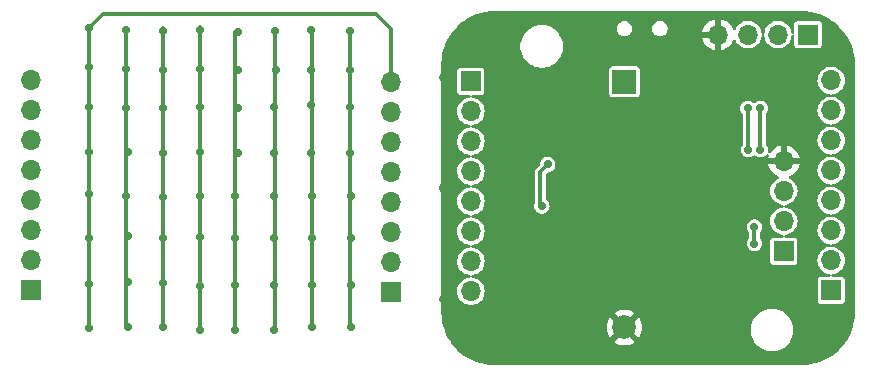
<source format=gbr>
%TF.GenerationSoftware,KiCad,Pcbnew,8.0.7*%
%TF.CreationDate,2025-04-21T23:50:55-03:00*%
%TF.ProjectId,matrixdisplay,6d617472-6978-4646-9973-706c61792e6b,rev?*%
%TF.SameCoordinates,Original*%
%TF.FileFunction,Copper,L2,Bot*%
%TF.FilePolarity,Positive*%
%FSLAX46Y46*%
G04 Gerber Fmt 4.6, Leading zero omitted, Abs format (unit mm)*
G04 Created by KiCad (PCBNEW 8.0.7) date 2025-04-21 23:50:55*
%MOMM*%
%LPD*%
G01*
G04 APERTURE LIST*
%TA.AperFunction,ComponentPad*%
%ADD10O,1.700000X1.700000*%
%TD*%
%TA.AperFunction,ComponentPad*%
%ADD11R,1.700000X1.700000*%
%TD*%
%TA.AperFunction,ComponentPad*%
%ADD12R,2.000000X2.000000*%
%TD*%
%TA.AperFunction,ComponentPad*%
%ADD13C,2.000000*%
%TD*%
%TA.AperFunction,ViaPad*%
%ADD14C,0.700000*%
%TD*%
%TA.AperFunction,Conductor*%
%ADD15C,0.300000*%
%TD*%
G04 APERTURE END LIST*
D10*
%TO.P,J6,8,Pin_8*%
%TO.N,Net-(J6-Pin_8)*%
X119200000Y-81133153D03*
%TO.P,J6,7,Pin_7*%
%TO.N,Net-(J6-Pin_7)*%
X119200000Y-83673153D03*
%TO.P,J6,6,Pin_6*%
%TO.N,Net-(J6-Pin_6)*%
X119200000Y-86213153D03*
%TO.P,J6,5,Pin_5*%
%TO.N,Net-(J6-Pin_5)*%
X119200000Y-88753153D03*
%TO.P,J6,4,Pin_4*%
%TO.N,Net-(J6-Pin_4)*%
X119200000Y-91293153D03*
%TO.P,J6,3,Pin_3*%
%TO.N,Net-(J6-Pin_3)*%
X119200000Y-93833153D03*
%TO.P,J6,2,Pin_2*%
%TO.N,Net-(J6-Pin_2)*%
X119200000Y-96373153D03*
D11*
%TO.P,J6,1,Pin_1*%
%TO.N,Net-(J6-Pin_1)*%
X119200000Y-98913153D03*
%TD*%
%TO.P,J5,1,Pin_1*%
%TO.N,Net-(D38-A)*%
X149710653Y-99090000D03*
D10*
%TO.P,J5,2,Pin_2*%
%TO.N,Net-(D37-A)*%
X149710653Y-96550000D03*
%TO.P,J5,3,Pin_3*%
%TO.N,Net-(D36-A)*%
X149710653Y-94010000D03*
%TO.P,J5,4,Pin_4*%
%TO.N,Net-(D35-A)*%
X149710653Y-91470000D03*
%TO.P,J5,5,Pin_5*%
%TO.N,Net-(D27-A)*%
X149710653Y-88930000D03*
%TO.P,J5,6,Pin_6*%
%TO.N,Net-(D19-A)*%
X149710653Y-86390000D03*
%TO.P,J5,7,Pin_7*%
%TO.N,Net-(D11-A)*%
X149710653Y-83850000D03*
%TO.P,J5,8,Pin_8*%
%TO.N,Net-(D10-A)*%
X149710653Y-81310000D03*
%TD*%
%TO.P,J3,4,Pin_4*%
%TO.N,GND*%
X177370000Y-77300000D03*
%TO.P,J3,3,Pin_3*%
%TO.N,Net-(J3-Pin_3)*%
X179910000Y-77300000D03*
%TO.P,J3,2,Pin_2*%
%TO.N,Net-(J3-Pin_2)*%
X182450000Y-77300000D03*
D11*
%TO.P,J3,1,Pin_1*%
%TO.N,+3.3V*%
X184990000Y-77300000D03*
%TD*%
D10*
%TO.P,J2,8,Pin_8*%
%TO.N,Net-(J2-Pin_8)*%
X186950000Y-81180000D03*
%TO.P,J2,7,Pin_7*%
%TO.N,Net-(J2-Pin_7)*%
X186950000Y-83720000D03*
%TO.P,J2,6,Pin_6*%
%TO.N,Net-(J2-Pin_6)*%
X186950000Y-86260000D03*
%TO.P,J2,5,Pin_5*%
%TO.N,Net-(J2-Pin_5)*%
X186950000Y-88800000D03*
%TO.P,J2,4,Pin_4*%
%TO.N,Net-(J2-Pin_4)*%
X186950000Y-91340000D03*
%TO.P,J2,3,Pin_3*%
%TO.N,Net-(J2-Pin_3)*%
X186950000Y-93880000D03*
%TO.P,J2,2,Pin_2*%
%TO.N,Net-(J2-Pin_2)*%
X186950000Y-96420000D03*
D11*
%TO.P,J2,1,Pin_1*%
%TO.N,Net-(J2-Pin_1)*%
X186950000Y-98960000D03*
%TD*%
%TO.P,J1,1,Pin_1*%
%TO.N,Net-(J1-Pin_1)*%
X156450000Y-81260000D03*
D10*
%TO.P,J1,2,Pin_2*%
%TO.N,Net-(J1-Pin_2)*%
X156450000Y-83800000D03*
%TO.P,J1,3,Pin_3*%
%TO.N,Net-(J1-Pin_3)*%
X156450000Y-86340000D03*
%TO.P,J1,4,Pin_4*%
%TO.N,Net-(J1-Pin_4)*%
X156450000Y-88880000D03*
%TO.P,J1,5,Pin_5*%
%TO.N,Net-(J1-Pin_5)*%
X156450000Y-91420000D03*
%TO.P,J1,6,Pin_6*%
%TO.N,Net-(J1-Pin_6)*%
X156450000Y-93960000D03*
%TO.P,J1,7,Pin_7*%
%TO.N,Net-(J1-Pin_7)*%
X156450000Y-96500000D03*
%TO.P,J1,8,Pin_8*%
%TO.N,Net-(J1-Pin_8)*%
X156450000Y-99040000D03*
%TD*%
%TO.P,J4,4,Pin_4*%
%TO.N,GND*%
X182950000Y-88020000D03*
%TO.P,J4,3,Pin_3*%
%TO.N,Net-(J4-Pin_3)*%
X182950000Y-90560000D03*
%TO.P,J4,2,Pin_2*%
%TO.N,Net-(J4-Pin_2)*%
X182950000Y-93100000D03*
D11*
%TO.P,J4,1,Pin_1*%
%TO.N,+3.3V*%
X182950000Y-95640000D03*
%TD*%
D12*
%TO.P,BT1,1,+*%
%TO.N,Net-(BT1-+)*%
X169450000Y-81300000D03*
D13*
%TO.P,BT1,2,-*%
%TO.N,GND*%
X169450000Y-102100000D03*
%TD*%
D14*
%TO.N,Net-(D38-A)*%
X146313694Y-102100000D03*
%TO.N,Net-(D37-A)*%
X143006847Y-102043153D03*
%TO.N,Net-(D36-A)*%
X139756847Y-102293153D03*
%TO.N,Net-(D35-A)*%
X136506847Y-102293153D03*
%TO.N,Net-(D27-A)*%
X133506847Y-102316847D03*
%TO.N,Net-(D19-A)*%
X130351194Y-102035000D03*
%TO.N,Net-(D11-A)*%
X127406847Y-102043153D03*
%TO.N,Net-(D10-A)*%
X124126194Y-102175000D03*
%TO.N,Net-(D11-A)*%
X127406847Y-98243153D03*
%TO.N,Net-(D38-A)*%
X146256847Y-98493153D03*
%TO.N,Net-(D37-A)*%
X143006847Y-98493153D03*
%TO.N,Net-(D36-A)*%
X139756847Y-98493153D03*
%TO.N,Net-(D35-A)*%
X136506847Y-98493153D03*
%TO.N,Net-(D27-A)*%
X133506847Y-98581847D03*
%TO.N,Net-(D19-A)*%
X130351194Y-98300000D03*
%TO.N,Net-(D10-A)*%
X124126194Y-98440000D03*
X124126194Y-94493153D03*
%TO.N,Net-(D11-A)*%
X127449347Y-94353153D03*
%TO.N,Net-(D19-A)*%
X130351194Y-94558153D03*
%TO.N,Net-(D27-A)*%
X133506847Y-94460000D03*
%TO.N,Net-(D35-A)*%
X136506847Y-94493153D03*
%TO.N,Net-(D36-A)*%
X139756847Y-94493153D03*
%TO.N,Net-(D37-A)*%
X143006847Y-94493153D03*
%TO.N,Net-(D38-A)*%
X146256847Y-94493153D03*
X146256847Y-90993153D03*
%TO.N,Net-(D37-A)*%
X143006847Y-90993153D03*
%TO.N,Net-(D36-A)*%
X139756847Y-90993153D03*
%TO.N,Net-(D35-A)*%
X136506847Y-90993153D03*
%TO.N,Net-(D27-A)*%
X133506847Y-90960000D03*
%TO.N,Net-(D19-A)*%
X130351194Y-91058153D03*
%TO.N,Net-(D11-A)*%
X127256847Y-90993153D03*
%TO.N,Net-(D10-A)*%
X124126194Y-90818153D03*
X124126194Y-87243153D03*
%TO.N,Net-(D11-A)*%
X127449347Y-87243153D03*
%TO.N,Net-(D19-A)*%
X130351194Y-87328153D03*
%TO.N,Net-(D27-A)*%
X133506847Y-87230000D03*
%TO.N,Net-(D35-A)*%
X136700000Y-87300000D03*
%TO.N,Net-(D36-A)*%
X139813694Y-87300000D03*
%TO.N,Net-(D37-A)*%
X142950000Y-87300000D03*
%TO.N,Net-(D38-A)*%
X146200000Y-87300000D03*
X146200000Y-83443153D03*
%TO.N,Net-(D37-A)*%
X142950000Y-83300000D03*
%TO.N,Net-(D36-A)*%
X139813694Y-83436306D03*
%TO.N,Net-(D35-A)*%
X136700000Y-83550000D03*
%TO.N,Net-(D27-A)*%
X133506847Y-83455000D03*
%TO.N,Net-(D19-A)*%
X130351194Y-83553153D03*
%TO.N,Net-(D11-A)*%
X127256847Y-83493153D03*
%TO.N,Net-(D10-A)*%
X124126194Y-83443153D03*
X124126194Y-80068153D03*
%TO.N,Net-(D11-A)*%
X127256847Y-80248153D03*
%TO.N,Net-(D19-A)*%
X130351194Y-80308153D03*
%TO.N,Net-(D35-A)*%
X136700000Y-80300000D03*
%TO.N,Net-(D27-A)*%
X133506847Y-80210000D03*
%TO.N,Net-(D36-A)*%
X139950000Y-80300000D03*
%TO.N,Net-(D37-A)*%
X142950000Y-80300000D03*
%TO.N,Net-(D38-A)*%
X146200000Y-80300000D03*
X146200000Y-76993152D03*
%TO.N,Net-(D37-A)*%
X142950000Y-76936306D03*
%TO.N,Net-(D36-A)*%
X139888152Y-76993153D03*
%TO.N,Net-(D35-A)*%
X136700000Y-77050000D03*
%TO.N,Net-(D27-A)*%
X133506847Y-76885000D03*
%TO.N,Net-(D19-A)*%
X130351194Y-76983153D03*
%TO.N,Net-(D11-A)*%
X127256847Y-76923153D03*
%TO.N,Net-(D10-A)*%
X124126194Y-76743153D03*
%TO.N,+3.3V*%
X162450000Y-91800000D03*
X162950000Y-88300000D03*
X180450000Y-95000000D03*
X180450000Y-93600000D03*
%TO.N,Net-(J3-Pin_2)*%
X180950000Y-87050000D03*
%TO.N,Net-(J3-Pin_3)*%
X179950000Y-87050000D03*
X179910000Y-83550000D03*
%TO.N,Net-(J3-Pin_2)*%
X180950000Y-83550000D03*
%TO.N,GND*%
X173450000Y-91650000D03*
X165450000Y-91800000D03*
X165450000Y-87800000D03*
X169950000Y-83800000D03*
%TD*%
D15*
%TO.N,Net-(D38-A)*%
X146200000Y-101986306D02*
X146313694Y-102100000D01*
X146200000Y-76793152D02*
X146200000Y-101986306D01*
%TO.N,Net-(D37-A)*%
X143006847Y-76993153D02*
X142950000Y-76936306D01*
X143006847Y-102043153D02*
X143006847Y-76793153D01*
%TO.N,Net-(D36-A)*%
X139888152Y-102161848D02*
X139756847Y-102293153D01*
X139888152Y-76793153D02*
X139888152Y-102161848D01*
%TO.N,Net-(D35-A)*%
X136506847Y-77243153D02*
X136700000Y-77050000D01*
X136506847Y-102293153D02*
X136506847Y-77043153D01*
%TO.N,Net-(D27-A)*%
X133506847Y-76685000D02*
X133506847Y-102316847D01*
%TO.N,Net-(D19-A)*%
X130351194Y-102035000D02*
X130351194Y-76783153D01*
%TO.N,Net-(D11-A)*%
X127256847Y-101893153D02*
X127406847Y-102043153D01*
X127256847Y-76723153D02*
X127256847Y-101893153D01*
%TO.N,Net-(D10-A)*%
X124126194Y-76543153D02*
X124126194Y-102175000D01*
X125269347Y-75600000D02*
X124126194Y-76743153D01*
X149710653Y-76860653D02*
X148450000Y-75600000D01*
X148450000Y-75600000D02*
X125269347Y-75600000D01*
X149710653Y-81310000D02*
X149710653Y-76860653D01*
%TO.N,+3.3V*%
X162316835Y-91666835D02*
X162450000Y-91800000D01*
X162316835Y-88933165D02*
X162316835Y-91666835D01*
X180450000Y-93600000D02*
X180450000Y-95000000D01*
X162316835Y-88933165D02*
X162950000Y-88300000D01*
%TO.N,Net-(J3-Pin_3)*%
X179950000Y-86950000D02*
X179950000Y-83650000D01*
%TO.N,Net-(J3-Pin_2)*%
X180950000Y-86950000D02*
X180950000Y-83650000D01*
%TD*%
%TA.AperFunction,Conductor*%
%TO.N,GND*%
G36*
X184452702Y-75300617D02*
G01*
X184836771Y-75317386D01*
X184847506Y-75318326D01*
X185225971Y-75368152D01*
X185236597Y-75370025D01*
X185609284Y-75452648D01*
X185619710Y-75455442D01*
X185983765Y-75570227D01*
X185993911Y-75573920D01*
X186346578Y-75720000D01*
X186356369Y-75724566D01*
X186694942Y-75900816D01*
X186704310Y-75906224D01*
X187026244Y-76111318D01*
X187035105Y-76117523D01*
X187337930Y-76349889D01*
X187346217Y-76356843D01*
X187627635Y-76614715D01*
X187635284Y-76622364D01*
X187893156Y-76903782D01*
X187900110Y-76912069D01*
X188132476Y-77214894D01*
X188138681Y-77223755D01*
X188343775Y-77545689D01*
X188349183Y-77555057D01*
X188525430Y-77893623D01*
X188530002Y-77903427D01*
X188676075Y-78256078D01*
X188679775Y-78266244D01*
X188794554Y-78630278D01*
X188797354Y-78640727D01*
X188879971Y-79013389D01*
X188881849Y-79024042D01*
X188931671Y-79402473D01*
X188932614Y-79413249D01*
X188949382Y-79797297D01*
X188949500Y-79802706D01*
X188949500Y-100797293D01*
X188949382Y-100802702D01*
X188932614Y-101186750D01*
X188931671Y-101197526D01*
X188881849Y-101575957D01*
X188879971Y-101586610D01*
X188797354Y-101959272D01*
X188794554Y-101969721D01*
X188679775Y-102333755D01*
X188676075Y-102343921D01*
X188530002Y-102696572D01*
X188525430Y-102706376D01*
X188349183Y-103044942D01*
X188343775Y-103054310D01*
X188138681Y-103376244D01*
X188132476Y-103385105D01*
X187900110Y-103687930D01*
X187893156Y-103696217D01*
X187635284Y-103977635D01*
X187627635Y-103985284D01*
X187346217Y-104243156D01*
X187337930Y-104250110D01*
X187035105Y-104482476D01*
X187026244Y-104488681D01*
X186704310Y-104693775D01*
X186694942Y-104699183D01*
X186356376Y-104875430D01*
X186346572Y-104880002D01*
X185993921Y-105026075D01*
X185983755Y-105029775D01*
X185619721Y-105144554D01*
X185609272Y-105147354D01*
X185236610Y-105229971D01*
X185225957Y-105231849D01*
X184847526Y-105281671D01*
X184836750Y-105282614D01*
X184452703Y-105299382D01*
X184447294Y-105299500D01*
X158452706Y-105299500D01*
X158447297Y-105299382D01*
X158063249Y-105282614D01*
X158052473Y-105281671D01*
X157674042Y-105231849D01*
X157663389Y-105229971D01*
X157290727Y-105147354D01*
X157280278Y-105144554D01*
X156916244Y-105029775D01*
X156906078Y-105026075D01*
X156553427Y-104880002D01*
X156543623Y-104875430D01*
X156205057Y-104699183D01*
X156195689Y-104693775D01*
X155873755Y-104488681D01*
X155864894Y-104482476D01*
X155562069Y-104250110D01*
X155553782Y-104243156D01*
X155272364Y-103985284D01*
X155264715Y-103977635D01*
X155006843Y-103696217D01*
X154999889Y-103687930D01*
X154767523Y-103385105D01*
X154761318Y-103376244D01*
X154751004Y-103360055D01*
X154556223Y-103054309D01*
X154550816Y-103044942D01*
X154449335Y-102850000D01*
X154374566Y-102706369D01*
X154369997Y-102696572D01*
X154223920Y-102343911D01*
X154220224Y-102333755D01*
X154146520Y-102099994D01*
X167944859Y-102099994D01*
X167944859Y-102100005D01*
X167965385Y-102347729D01*
X167965387Y-102347738D01*
X168026412Y-102588717D01*
X168126267Y-102816367D01*
X168226562Y-102969881D01*
X168772421Y-102424023D01*
X168785359Y-102455258D01*
X168867437Y-102578097D01*
X168971903Y-102682563D01*
X169094742Y-102764641D01*
X169125974Y-102777578D01*
X168579943Y-103323609D01*
X168626768Y-103360055D01*
X168626771Y-103360057D01*
X168845385Y-103478364D01*
X168845396Y-103478369D01*
X169080506Y-103559083D01*
X169325707Y-103600000D01*
X169574293Y-103600000D01*
X169819493Y-103559083D01*
X170054603Y-103478369D01*
X170054614Y-103478364D01*
X170273230Y-103360056D01*
X170273236Y-103360051D01*
X170320055Y-103323610D01*
X170320056Y-103323609D01*
X169774024Y-102777578D01*
X169805258Y-102764641D01*
X169928097Y-102682563D01*
X170032563Y-102578097D01*
X170114641Y-102455258D01*
X170127578Y-102424024D01*
X170673435Y-102969882D01*
X170773733Y-102816364D01*
X170873587Y-102588717D01*
X170934612Y-102347738D01*
X170934614Y-102347729D01*
X170948347Y-102181995D01*
X180149500Y-102181995D01*
X180149500Y-102418004D01*
X180149501Y-102418020D01*
X180180306Y-102652010D01*
X180241394Y-102879993D01*
X180331714Y-103098045D01*
X180331719Y-103098056D01*
X180400892Y-103217866D01*
X180449727Y-103302450D01*
X180449729Y-103302453D01*
X180449730Y-103302454D01*
X180593406Y-103489697D01*
X180593412Y-103489704D01*
X180760295Y-103656587D01*
X180760302Y-103656593D01*
X180806736Y-103692223D01*
X180947550Y-103800273D01*
X181078918Y-103876118D01*
X181151943Y-103918280D01*
X181151948Y-103918282D01*
X181151951Y-103918284D01*
X181370007Y-104008606D01*
X181597986Y-104069693D01*
X181831989Y-104100500D01*
X181831996Y-104100500D01*
X182068004Y-104100500D01*
X182068011Y-104100500D01*
X182302014Y-104069693D01*
X182529993Y-104008606D01*
X182748049Y-103918284D01*
X182952450Y-103800273D01*
X183139699Y-103656592D01*
X183306592Y-103489699D01*
X183450273Y-103302450D01*
X183568284Y-103098049D01*
X183658606Y-102879993D01*
X183719693Y-102652014D01*
X183750500Y-102418011D01*
X183750500Y-102181989D01*
X183719693Y-101947986D01*
X183658606Y-101720007D01*
X183568284Y-101501951D01*
X183568282Y-101501948D01*
X183568280Y-101501943D01*
X183497195Y-101378822D01*
X183450273Y-101297550D01*
X183306592Y-101110301D01*
X183306587Y-101110295D01*
X183139704Y-100943412D01*
X183139697Y-100943406D01*
X182952454Y-100799730D01*
X182952453Y-100799729D01*
X182952450Y-100799727D01*
X182838795Y-100734108D01*
X182748056Y-100681719D01*
X182748045Y-100681714D01*
X182529993Y-100591394D01*
X182302010Y-100530306D01*
X182068020Y-100499501D01*
X182068017Y-100499500D01*
X182068011Y-100499500D01*
X181831989Y-100499500D01*
X181831983Y-100499500D01*
X181831979Y-100499501D01*
X181597989Y-100530306D01*
X181370006Y-100591394D01*
X181151954Y-100681714D01*
X181151943Y-100681719D01*
X180947545Y-100799730D01*
X180760302Y-100943406D01*
X180760295Y-100943412D01*
X180593412Y-101110295D01*
X180593406Y-101110302D01*
X180449730Y-101297545D01*
X180331719Y-101501943D01*
X180331714Y-101501954D01*
X180241394Y-101720006D01*
X180180306Y-101947989D01*
X180149501Y-102181979D01*
X180149500Y-102181995D01*
X170948347Y-102181995D01*
X170955141Y-102100005D01*
X170955141Y-102099994D01*
X170934614Y-101852270D01*
X170934612Y-101852261D01*
X170873587Y-101611282D01*
X170773732Y-101383632D01*
X170673435Y-101230116D01*
X170127577Y-101775974D01*
X170114641Y-101744742D01*
X170032563Y-101621903D01*
X169928097Y-101517437D01*
X169805258Y-101435359D01*
X169774024Y-101422421D01*
X170320055Y-100876389D01*
X170320055Y-100876388D01*
X170273236Y-100839947D01*
X170273231Y-100839944D01*
X170054614Y-100721635D01*
X170054603Y-100721630D01*
X169819493Y-100640916D01*
X169574293Y-100600000D01*
X169325707Y-100600000D01*
X169080506Y-100640916D01*
X168845396Y-100721630D01*
X168845385Y-100721635D01*
X168626770Y-100839943D01*
X168579943Y-100876389D01*
X169125975Y-101422421D01*
X169094742Y-101435359D01*
X168971903Y-101517437D01*
X168867437Y-101621903D01*
X168785359Y-101744742D01*
X168772421Y-101775975D01*
X168226563Y-101230117D01*
X168126267Y-101383633D01*
X168126265Y-101383637D01*
X168026412Y-101611282D01*
X167965387Y-101852261D01*
X167965385Y-101852270D01*
X167944859Y-102099994D01*
X154146520Y-102099994D01*
X154105442Y-101969710D01*
X154102648Y-101959284D01*
X154020025Y-101586597D01*
X154018152Y-101575971D01*
X153968326Y-101197506D01*
X153967386Y-101186771D01*
X153950618Y-100802702D01*
X153950500Y-100797293D01*
X153950500Y-100207292D01*
X153947361Y-100190500D01*
X153916429Y-100025027D01*
X153849448Y-99852128D01*
X153780192Y-99740277D01*
X153761637Y-99672917D01*
X153780193Y-99609722D01*
X153849448Y-99497872D01*
X153916429Y-99324973D01*
X153950500Y-99142710D01*
X153950500Y-99050000D01*
X153950500Y-98984108D01*
X153950500Y-90934108D01*
X153950500Y-90907290D01*
X153916429Y-90725027D01*
X153849448Y-90552128D01*
X153751837Y-90394481D01*
X153741861Y-90383538D01*
X153711244Y-90320736D01*
X153719441Y-90251349D01*
X153741860Y-90216463D01*
X153751837Y-90205519D01*
X153849448Y-90047872D01*
X153916429Y-89874973D01*
X153950500Y-89692710D01*
X153950500Y-89600000D01*
X153950500Y-89534108D01*
X153950500Y-83799999D01*
X155294571Y-83799999D01*
X155294571Y-83800000D01*
X155314244Y-84012310D01*
X155372596Y-84217392D01*
X155372596Y-84217394D01*
X155467632Y-84408253D01*
X155467634Y-84408255D01*
X155596128Y-84578407D01*
X155753698Y-84722052D01*
X155934981Y-84834298D01*
X156133802Y-84911321D01*
X156330613Y-84948111D01*
X156392893Y-84979779D01*
X156428166Y-85040092D01*
X156425232Y-85109900D01*
X156385023Y-85167040D01*
X156330613Y-85191888D01*
X156133802Y-85228679D01*
X156133799Y-85228679D01*
X156133799Y-85228680D01*
X155934982Y-85305701D01*
X155934980Y-85305702D01*
X155753699Y-85417947D01*
X155596127Y-85561593D01*
X155467632Y-85731746D01*
X155372596Y-85922605D01*
X155372596Y-85922607D01*
X155337007Y-86047689D01*
X155314244Y-86127690D01*
X155294571Y-86340000D01*
X155314244Y-86552310D01*
X155369205Y-86745476D01*
X155372596Y-86757392D01*
X155372596Y-86757394D01*
X155467632Y-86948253D01*
X155467634Y-86948255D01*
X155596128Y-87118407D01*
X155753698Y-87262052D01*
X155934981Y-87374298D01*
X156133802Y-87451321D01*
X156330613Y-87488111D01*
X156392893Y-87519779D01*
X156428166Y-87580092D01*
X156425232Y-87649900D01*
X156385023Y-87707040D01*
X156330613Y-87731888D01*
X156133802Y-87768679D01*
X156133799Y-87768679D01*
X156133799Y-87768680D01*
X155934982Y-87845701D01*
X155934980Y-87845702D01*
X155753699Y-87957947D01*
X155596127Y-88101593D01*
X155467632Y-88271746D01*
X155372596Y-88462605D01*
X155372596Y-88462607D01*
X155314244Y-88667689D01*
X155311475Y-88697578D01*
X155294571Y-88880000D01*
X155314244Y-89092310D01*
X155325994Y-89133608D01*
X155372596Y-89297392D01*
X155372596Y-89297394D01*
X155467632Y-89488253D01*
X155580677Y-89637947D01*
X155596128Y-89658407D01*
X155753698Y-89802052D01*
X155934981Y-89914298D01*
X156133802Y-89991321D01*
X156330613Y-90028111D01*
X156392893Y-90059779D01*
X156428166Y-90120092D01*
X156425232Y-90189900D01*
X156385023Y-90247040D01*
X156330613Y-90271888D01*
X156133802Y-90308679D01*
X156133799Y-90308679D01*
X156133799Y-90308680D01*
X155934982Y-90385701D01*
X155934980Y-90385702D01*
X155753699Y-90497947D01*
X155596127Y-90641593D01*
X155467632Y-90811746D01*
X155372596Y-91002605D01*
X155372596Y-91002607D01*
X155314244Y-91207689D01*
X155302132Y-91338407D01*
X155294571Y-91420000D01*
X155314244Y-91632310D01*
X155361956Y-91799999D01*
X155372596Y-91837392D01*
X155372596Y-91837394D01*
X155467632Y-92028253D01*
X155525229Y-92104523D01*
X155596128Y-92198407D01*
X155753698Y-92342052D01*
X155934981Y-92454298D01*
X156133802Y-92531321D01*
X156330613Y-92568111D01*
X156392893Y-92599779D01*
X156428166Y-92660092D01*
X156425232Y-92729900D01*
X156385023Y-92787040D01*
X156330613Y-92811888D01*
X156133802Y-92848679D01*
X156133799Y-92848679D01*
X156133799Y-92848680D01*
X155934982Y-92925701D01*
X155934980Y-92925702D01*
X155753699Y-93037947D01*
X155596127Y-93181593D01*
X155467632Y-93351746D01*
X155372596Y-93542605D01*
X155372596Y-93542607D01*
X155314244Y-93747689D01*
X155294571Y-93959999D01*
X155294571Y-93960000D01*
X155314244Y-94172310D01*
X155372596Y-94377392D01*
X155372596Y-94377394D01*
X155467632Y-94568253D01*
X155596127Y-94738406D01*
X155596128Y-94738407D01*
X155753698Y-94882052D01*
X155934981Y-94994298D01*
X156133802Y-95071321D01*
X156330613Y-95108111D01*
X156392893Y-95139779D01*
X156428166Y-95200092D01*
X156425232Y-95269900D01*
X156385023Y-95327040D01*
X156330613Y-95351888D01*
X156133802Y-95388679D01*
X156133799Y-95388679D01*
X156133799Y-95388680D01*
X155934982Y-95465701D01*
X155934980Y-95465702D01*
X155753699Y-95577947D01*
X155596127Y-95721593D01*
X155467632Y-95891746D01*
X155372596Y-96082605D01*
X155372596Y-96082607D01*
X155337007Y-96207689D01*
X155314244Y-96287690D01*
X155294571Y-96500000D01*
X155314244Y-96712310D01*
X155336490Y-96790497D01*
X155372596Y-96917392D01*
X155372596Y-96917394D01*
X155467632Y-97108253D01*
X155467634Y-97108255D01*
X155596128Y-97278407D01*
X155753698Y-97422052D01*
X155934981Y-97534298D01*
X156133802Y-97611321D01*
X156330613Y-97648111D01*
X156392893Y-97679779D01*
X156428166Y-97740092D01*
X156425232Y-97809900D01*
X156385023Y-97867040D01*
X156330613Y-97891888D01*
X156133802Y-97928679D01*
X156133799Y-97928679D01*
X156133799Y-97928680D01*
X155934982Y-98005701D01*
X155934980Y-98005702D01*
X155753699Y-98117947D01*
X155596127Y-98261593D01*
X155467632Y-98431746D01*
X155372596Y-98622605D01*
X155372596Y-98622607D01*
X155314244Y-98827689D01*
X155294571Y-99039999D01*
X155294571Y-99040000D01*
X155314244Y-99252310D01*
X155372596Y-99457392D01*
X155372596Y-99457394D01*
X155467632Y-99648253D01*
X155537127Y-99740278D01*
X155596128Y-99818407D01*
X155753698Y-99962052D01*
X155934981Y-100074298D01*
X156133802Y-100151321D01*
X156343390Y-100190500D01*
X156343392Y-100190500D01*
X156556608Y-100190500D01*
X156556610Y-100190500D01*
X156766198Y-100151321D01*
X156965019Y-100074298D01*
X157146302Y-99962052D01*
X157303872Y-99818407D01*
X157432366Y-99648255D01*
X157527405Y-99457389D01*
X157585756Y-99252310D01*
X157605429Y-99040000D01*
X157585756Y-98827690D01*
X157527405Y-98622611D01*
X157527403Y-98622606D01*
X157527403Y-98622605D01*
X157432367Y-98431746D01*
X157303872Y-98261593D01*
X157146302Y-98117948D01*
X156965019Y-98005702D01*
X156965017Y-98005701D01*
X156865608Y-97967190D01*
X156766198Y-97928679D01*
X156569385Y-97891888D01*
X156507106Y-97860221D01*
X156471833Y-97799908D01*
X156474767Y-97730100D01*
X156514976Y-97672960D01*
X156569384Y-97648111D01*
X156766198Y-97611321D01*
X156965019Y-97534298D01*
X157146302Y-97422052D01*
X157303872Y-97278407D01*
X157432366Y-97108255D01*
X157527405Y-96917389D01*
X157585756Y-96712310D01*
X157605429Y-96500000D01*
X157585756Y-96287690D01*
X157527405Y-96082611D01*
X157527403Y-96082606D01*
X157527403Y-96082605D01*
X157432367Y-95891746D01*
X157303872Y-95721593D01*
X157225887Y-95650500D01*
X157146302Y-95577948D01*
X156965019Y-95465702D01*
X156965017Y-95465701D01*
X156865608Y-95427190D01*
X156766198Y-95388679D01*
X156569385Y-95351888D01*
X156507106Y-95320221D01*
X156471833Y-95259908D01*
X156474767Y-95190100D01*
X156514976Y-95132960D01*
X156569384Y-95108111D01*
X156766198Y-95071321D01*
X156965019Y-94994298D01*
X157146302Y-94882052D01*
X157303872Y-94738407D01*
X157432366Y-94568255D01*
X157462439Y-94507860D01*
X157527403Y-94377394D01*
X157527403Y-94377393D01*
X157527405Y-94377389D01*
X157585756Y-94172310D01*
X157605429Y-93960000D01*
X157585756Y-93747690D01*
X157543734Y-93599999D01*
X179794722Y-93599999D01*
X179794722Y-93600000D01*
X179813762Y-93756818D01*
X179869780Y-93904523D01*
X179869781Y-93904524D01*
X179959518Y-94034532D01*
X179964491Y-94040145D01*
X179963044Y-94041426D01*
X179994850Y-94092120D01*
X179999500Y-94125759D01*
X179999500Y-94474240D01*
X179979815Y-94541279D01*
X179964153Y-94559556D01*
X179964491Y-94559856D01*
X179959515Y-94565472D01*
X179869781Y-94695475D01*
X179869780Y-94695476D01*
X179813762Y-94843181D01*
X179794722Y-94999999D01*
X179794722Y-95000000D01*
X179813762Y-95156818D01*
X179869780Y-95304523D01*
X179959517Y-95434530D01*
X180077760Y-95539283D01*
X180077762Y-95539284D01*
X180217634Y-95612696D01*
X180371014Y-95650500D01*
X180371015Y-95650500D01*
X180528985Y-95650500D01*
X180682365Y-95612696D01*
X180822240Y-95539283D01*
X180940483Y-95434530D01*
X181030220Y-95304523D01*
X181086237Y-95156818D01*
X181105278Y-95000000D01*
X181086237Y-94843182D01*
X181070638Y-94802052D01*
X181049053Y-94745136D01*
X181030220Y-94695477D01*
X180940483Y-94565470D01*
X180940479Y-94565466D01*
X180935509Y-94559856D01*
X180936953Y-94558576D01*
X180905145Y-94507860D01*
X180900500Y-94474240D01*
X180900500Y-94125759D01*
X180920185Y-94058720D01*
X180935846Y-94040444D01*
X180935509Y-94040145D01*
X180940481Y-94034532D01*
X180940481Y-94034531D01*
X180940483Y-94034530D01*
X181030220Y-93904523D01*
X181086237Y-93756818D01*
X181105278Y-93600000D01*
X181086237Y-93443182D01*
X181030220Y-93295477D01*
X180940483Y-93165470D01*
X180822240Y-93060717D01*
X180822238Y-93060716D01*
X180822237Y-93060715D01*
X180682365Y-92987303D01*
X180528986Y-92949500D01*
X180528985Y-92949500D01*
X180371015Y-92949500D01*
X180371014Y-92949500D01*
X180217634Y-92987303D01*
X180077762Y-93060715D01*
X179959516Y-93165471D01*
X179869781Y-93295475D01*
X179869780Y-93295476D01*
X179813762Y-93443181D01*
X179794722Y-93599999D01*
X157543734Y-93599999D01*
X157527405Y-93542611D01*
X157527403Y-93542606D01*
X157527403Y-93542605D01*
X157432367Y-93351746D01*
X157303872Y-93181593D01*
X157286186Y-93165470D01*
X157146302Y-93037948D01*
X156965019Y-92925702D01*
X156965017Y-92925701D01*
X156865608Y-92887190D01*
X156766198Y-92848679D01*
X156569385Y-92811888D01*
X156507106Y-92780221D01*
X156471833Y-92719908D01*
X156474767Y-92650100D01*
X156514976Y-92592960D01*
X156569384Y-92568111D01*
X156766198Y-92531321D01*
X156965019Y-92454298D01*
X157146302Y-92342052D01*
X157303872Y-92198407D01*
X157432366Y-92028255D01*
X157467937Y-91956818D01*
X157527403Y-91837394D01*
X157527403Y-91837393D01*
X157527405Y-91837389D01*
X157538044Y-91799999D01*
X161794722Y-91799999D01*
X161794722Y-91800000D01*
X161813762Y-91956818D01*
X161840855Y-92028255D01*
X161869780Y-92104523D01*
X161959517Y-92234530D01*
X162077760Y-92339283D01*
X162077762Y-92339284D01*
X162217634Y-92412696D01*
X162371014Y-92450500D01*
X162371015Y-92450500D01*
X162528985Y-92450500D01*
X162682365Y-92412696D01*
X162755527Y-92374297D01*
X162822240Y-92339283D01*
X162940483Y-92234530D01*
X163030220Y-92104523D01*
X163086237Y-91956818D01*
X163105278Y-91800000D01*
X163100105Y-91757392D01*
X163086237Y-91643181D01*
X163051774Y-91552310D01*
X163030220Y-91495477D01*
X162940483Y-91365470D01*
X162822240Y-91260717D01*
X162822238Y-91260716D01*
X162822235Y-91260713D01*
X162820889Y-91259784D01*
X162820132Y-91258850D01*
X162816626Y-91255744D01*
X162817142Y-91255160D01*
X162776902Y-91205498D01*
X162767335Y-91157738D01*
X162767335Y-89171130D01*
X162787020Y-89104091D01*
X162803654Y-89083449D01*
X162900284Y-88986819D01*
X162961607Y-88953334D01*
X162987965Y-88950500D01*
X163028985Y-88950500D01*
X163182365Y-88912696D01*
X163322240Y-88839283D01*
X163440483Y-88734530D01*
X163530220Y-88604523D01*
X163586237Y-88456818D01*
X163605278Y-88300000D01*
X163586237Y-88143182D01*
X163586236Y-88143180D01*
X163540124Y-88021593D01*
X163530220Y-87995477D01*
X163440483Y-87865470D01*
X163322240Y-87760717D01*
X163322238Y-87760716D01*
X163322237Y-87760715D01*
X163182365Y-87687303D01*
X163028986Y-87649500D01*
X163028985Y-87649500D01*
X162871015Y-87649500D01*
X162871014Y-87649500D01*
X162717634Y-87687303D01*
X162577762Y-87760715D01*
X162459516Y-87865471D01*
X162369781Y-87995475D01*
X162369780Y-87995476D01*
X162313763Y-88143180D01*
X162297367Y-88278209D01*
X162269745Y-88342387D01*
X162261953Y-88350943D01*
X161956345Y-88656552D01*
X161956344Y-88656554D01*
X161897036Y-88759277D01*
X161897035Y-88759282D01*
X161866335Y-88873856D01*
X161866335Y-91481836D01*
X161858277Y-91525807D01*
X161813763Y-91643181D01*
X161794722Y-91799999D01*
X157538044Y-91799999D01*
X157585756Y-91632310D01*
X157605429Y-91420000D01*
X157585756Y-91207690D01*
X157527405Y-91002611D01*
X157527403Y-91002606D01*
X157527403Y-91002605D01*
X157432367Y-90811746D01*
X157303872Y-90641593D01*
X157146302Y-90497948D01*
X156965019Y-90385702D01*
X156965017Y-90385701D01*
X156797321Y-90320736D01*
X156766198Y-90308679D01*
X156569385Y-90271888D01*
X156507106Y-90240221D01*
X156471833Y-90179908D01*
X156474767Y-90110100D01*
X156514976Y-90052960D01*
X156569384Y-90028111D01*
X156766198Y-89991321D01*
X156965019Y-89914298D01*
X157146302Y-89802052D01*
X157303872Y-89658407D01*
X157432366Y-89488255D01*
X157472202Y-89408253D01*
X157527403Y-89297394D01*
X157527403Y-89297393D01*
X157527405Y-89297389D01*
X157585756Y-89092310D01*
X157605429Y-88880000D01*
X157585756Y-88667690D01*
X157527405Y-88462611D01*
X157527403Y-88462606D01*
X157527403Y-88462605D01*
X157432367Y-88271746D01*
X157303872Y-88101593D01*
X157146302Y-87957948D01*
X156965019Y-87845702D01*
X156965017Y-87845701D01*
X156865608Y-87807190D01*
X156766198Y-87768679D01*
X156569385Y-87731888D01*
X156507106Y-87700221D01*
X156471833Y-87639908D01*
X156474767Y-87570100D01*
X156514976Y-87512960D01*
X156569384Y-87488111D01*
X156766198Y-87451321D01*
X156965019Y-87374298D01*
X157146302Y-87262052D01*
X157303872Y-87118407D01*
X157432366Y-86948255D01*
X157472202Y-86868253D01*
X157527403Y-86757394D01*
X157527403Y-86757393D01*
X157527405Y-86757389D01*
X157585756Y-86552310D01*
X157605429Y-86340000D01*
X157585756Y-86127690D01*
X157527405Y-85922611D01*
X157527403Y-85922606D01*
X157527403Y-85922605D01*
X157432367Y-85731746D01*
X157303872Y-85561593D01*
X157146302Y-85417948D01*
X156965019Y-85305702D01*
X156965017Y-85305701D01*
X156865608Y-85267190D01*
X156766198Y-85228679D01*
X156569385Y-85191888D01*
X156507106Y-85160221D01*
X156471833Y-85099908D01*
X156474767Y-85030100D01*
X156514976Y-84972960D01*
X156569384Y-84948111D01*
X156766198Y-84911321D01*
X156965019Y-84834298D01*
X157146302Y-84722052D01*
X157303872Y-84578407D01*
X157432366Y-84408255D01*
X157527405Y-84217389D01*
X157585756Y-84012310D01*
X157605429Y-83800000D01*
X157585756Y-83587690D01*
X157575032Y-83549999D01*
X179254722Y-83549999D01*
X179254722Y-83550000D01*
X179273762Y-83706818D01*
X179309102Y-83800000D01*
X179329780Y-83854523D01*
X179419517Y-83984530D01*
X179457725Y-84018379D01*
X179494853Y-84077567D01*
X179499500Y-84111195D01*
X179499500Y-86524240D01*
X179479815Y-86591279D01*
X179464153Y-86609556D01*
X179464491Y-86609856D01*
X179459515Y-86615472D01*
X179369781Y-86745475D01*
X179369780Y-86745476D01*
X179313762Y-86893181D01*
X179294722Y-87049999D01*
X179294722Y-87050000D01*
X179313762Y-87206818D01*
X179353838Y-87312487D01*
X179369780Y-87354523D01*
X179459517Y-87484530D01*
X179577760Y-87589283D01*
X179577762Y-87589284D01*
X179717634Y-87662696D01*
X179871014Y-87700500D01*
X179871015Y-87700500D01*
X180028985Y-87700500D01*
X180182365Y-87662696D01*
X180322237Y-87589285D01*
X180322238Y-87589283D01*
X180322240Y-87589283D01*
X180367774Y-87548943D01*
X180431006Y-87519223D01*
X180500270Y-87528407D01*
X180532224Y-87548942D01*
X180555881Y-87569900D01*
X180577762Y-87589285D01*
X180717634Y-87662696D01*
X180871014Y-87700500D01*
X180871015Y-87700500D01*
X181028985Y-87700500D01*
X181182365Y-87662696D01*
X181206745Y-87649900D01*
X181322240Y-87589283D01*
X181440483Y-87484530D01*
X181450409Y-87470148D01*
X181504690Y-87426158D01*
X181574138Y-87418497D01*
X181636704Y-87449598D01*
X181672523Y-87509588D01*
X181672235Y-87572680D01*
X181619363Y-87769999D01*
X181619364Y-87770000D01*
X182516988Y-87770000D01*
X182484075Y-87827007D01*
X182450000Y-87954174D01*
X182450000Y-88085826D01*
X182484075Y-88212993D01*
X182516988Y-88270000D01*
X181619364Y-88270000D01*
X181676567Y-88483486D01*
X181676570Y-88483492D01*
X181776399Y-88697578D01*
X181911894Y-88891082D01*
X182078917Y-89058105D01*
X182272421Y-89193600D01*
X182471573Y-89286466D01*
X182524012Y-89332638D01*
X182543164Y-89399832D01*
X182522948Y-89466713D01*
X182469783Y-89512048D01*
X182463968Y-89514472D01*
X182456771Y-89517260D01*
X182434982Y-89525701D01*
X182434980Y-89525702D01*
X182253699Y-89637947D01*
X182096127Y-89781593D01*
X181967632Y-89951746D01*
X181872596Y-90142605D01*
X181872596Y-90142607D01*
X181814244Y-90347689D01*
X181794571Y-90559999D01*
X181794571Y-90560000D01*
X181814244Y-90772310D01*
X181872596Y-90977392D01*
X181872596Y-90977394D01*
X181967632Y-91168253D01*
X182072647Y-91307314D01*
X182096128Y-91338407D01*
X182253698Y-91482052D01*
X182434981Y-91594298D01*
X182633802Y-91671321D01*
X182830613Y-91708111D01*
X182892893Y-91739779D01*
X182928166Y-91800092D01*
X182925232Y-91869900D01*
X182885023Y-91927040D01*
X182830613Y-91951888D01*
X182633802Y-91988679D01*
X182633799Y-91988679D01*
X182633799Y-91988680D01*
X182434982Y-92065701D01*
X182434980Y-92065702D01*
X182253699Y-92177947D01*
X182096127Y-92321593D01*
X181967632Y-92491746D01*
X181872596Y-92682605D01*
X181872596Y-92682607D01*
X181814244Y-92887689D01*
X181794571Y-93099999D01*
X181794571Y-93100000D01*
X181814244Y-93312310D01*
X181872596Y-93517392D01*
X181872596Y-93517394D01*
X181967632Y-93708253D01*
X181967634Y-93708255D01*
X182096128Y-93878407D01*
X182253698Y-94022052D01*
X182434981Y-94134298D01*
X182633802Y-94211321D01*
X182806544Y-94243612D01*
X182868823Y-94275279D01*
X182904096Y-94335591D01*
X182901162Y-94405400D01*
X182860953Y-94462540D01*
X182796235Y-94488871D01*
X182783757Y-94489500D01*
X182055143Y-94489500D01*
X182055117Y-94489502D01*
X182030012Y-94492413D01*
X182030008Y-94492415D01*
X181927235Y-94537793D01*
X181847794Y-94617234D01*
X181802415Y-94720006D01*
X181802415Y-94720008D01*
X181799500Y-94745131D01*
X181799500Y-96534856D01*
X181799502Y-96534882D01*
X181802413Y-96559987D01*
X181802415Y-96559991D01*
X181847793Y-96662764D01*
X181847794Y-96662765D01*
X181927235Y-96742206D01*
X182030009Y-96787585D01*
X182055135Y-96790500D01*
X183844864Y-96790499D01*
X183844879Y-96790497D01*
X183844882Y-96790497D01*
X183869987Y-96787586D01*
X183869988Y-96787585D01*
X183869991Y-96787585D01*
X183972765Y-96742206D01*
X184052206Y-96662765D01*
X184097585Y-96559991D01*
X184100500Y-96534865D01*
X184100499Y-94745136D01*
X184099719Y-94738406D01*
X184097586Y-94720012D01*
X184097585Y-94720010D01*
X184097585Y-94720009D01*
X184052206Y-94617235D01*
X183972765Y-94537794D01*
X183904971Y-94507860D01*
X183869992Y-94492415D01*
X183844868Y-94489500D01*
X183116243Y-94489500D01*
X183049204Y-94469815D01*
X183003449Y-94417011D01*
X182993505Y-94347853D01*
X183022530Y-94284297D01*
X183081308Y-94246523D01*
X183093441Y-94243614D01*
X183266198Y-94211321D01*
X183465019Y-94134298D01*
X183646302Y-94022052D01*
X183803872Y-93878407D01*
X183932366Y-93708255D01*
X184027405Y-93517389D01*
X184085756Y-93312310D01*
X184105429Y-93100000D01*
X184085756Y-92887690D01*
X184027405Y-92682611D01*
X184027403Y-92682606D01*
X184027403Y-92682605D01*
X183932367Y-92491746D01*
X183803872Y-92321593D01*
X183708369Y-92234530D01*
X183646302Y-92177948D01*
X183465019Y-92065702D01*
X183465017Y-92065701D01*
X183365608Y-92027190D01*
X183266198Y-91988679D01*
X183069385Y-91951888D01*
X183007106Y-91920221D01*
X182971833Y-91859908D01*
X182974767Y-91790100D01*
X183014976Y-91732960D01*
X183069384Y-91708111D01*
X183266198Y-91671321D01*
X183465019Y-91594298D01*
X183646302Y-91482052D01*
X183803872Y-91338407D01*
X183932366Y-91168255D01*
X184014849Y-91002605D01*
X184027403Y-90977394D01*
X184027403Y-90977393D01*
X184027405Y-90977389D01*
X184085756Y-90772310D01*
X184105429Y-90560000D01*
X184085756Y-90347690D01*
X184027405Y-90142611D01*
X184027403Y-90142606D01*
X184027403Y-90142605D01*
X183932367Y-89951746D01*
X183803872Y-89781593D01*
X183738559Y-89722052D01*
X183646302Y-89637948D01*
X183465019Y-89525702D01*
X183465014Y-89525700D01*
X183458129Y-89523032D01*
X183436037Y-89514474D01*
X183380636Y-89471903D01*
X183357045Y-89406136D01*
X183372756Y-89338056D01*
X183422779Y-89289276D01*
X183428426Y-89286466D01*
X183627578Y-89193599D01*
X183821082Y-89058105D01*
X183988105Y-88891082D01*
X184123600Y-88697578D01*
X184223429Y-88483492D01*
X184223432Y-88483486D01*
X184280636Y-88270000D01*
X183383012Y-88270000D01*
X183415925Y-88212993D01*
X183450000Y-88085826D01*
X183450000Y-87954174D01*
X183415925Y-87827007D01*
X183383012Y-87770000D01*
X184280636Y-87770000D01*
X184280635Y-87769999D01*
X184223432Y-87556513D01*
X184223429Y-87556507D01*
X184123600Y-87342422D01*
X184123599Y-87342420D01*
X183988113Y-87148926D01*
X183988108Y-87148920D01*
X183821082Y-86981894D01*
X183627578Y-86846399D01*
X183413492Y-86746570D01*
X183413486Y-86746567D01*
X183200000Y-86689364D01*
X183200000Y-87586988D01*
X183142993Y-87554075D01*
X183015826Y-87520000D01*
X182884174Y-87520000D01*
X182757007Y-87554075D01*
X182700000Y-87586988D01*
X182700000Y-86689364D01*
X182699999Y-86689364D01*
X182486513Y-86746567D01*
X182486507Y-86746570D01*
X182272422Y-86846399D01*
X182272420Y-86846400D01*
X182078926Y-86981886D01*
X182078920Y-86981891D01*
X181911891Y-87148920D01*
X181911890Y-87148922D01*
X181810871Y-87293192D01*
X181756294Y-87336816D01*
X181686795Y-87344009D01*
X181624441Y-87312487D01*
X181589027Y-87252257D01*
X181586200Y-87207121D01*
X181605278Y-87049999D01*
X181586237Y-86893181D01*
X181564992Y-86837164D01*
X181530220Y-86745477D01*
X181440483Y-86615470D01*
X181440479Y-86615466D01*
X181435509Y-86609856D01*
X181436953Y-86608576D01*
X181405145Y-86557860D01*
X181400500Y-86524240D01*
X181400500Y-84075759D01*
X181420185Y-84008720D01*
X181435846Y-83990444D01*
X181435509Y-83990145D01*
X181440481Y-83984532D01*
X181440481Y-83984531D01*
X181440483Y-83984530D01*
X181530220Y-83854523D01*
X181586237Y-83706818D01*
X181605278Y-83550000D01*
X181586237Y-83393182D01*
X181582226Y-83382607D01*
X181551888Y-83302611D01*
X181530220Y-83245477D01*
X181440483Y-83115470D01*
X181322240Y-83010717D01*
X181322238Y-83010716D01*
X181322237Y-83010715D01*
X181182365Y-82937303D01*
X181028986Y-82899500D01*
X181028985Y-82899500D01*
X180871015Y-82899500D01*
X180871014Y-82899500D01*
X180717634Y-82937303D01*
X180577762Y-83010715D01*
X180577760Y-83010717D01*
X180512225Y-83068774D01*
X180448993Y-83098495D01*
X180379730Y-83089311D01*
X180347774Y-83068775D01*
X180282240Y-83010717D01*
X180282238Y-83010716D01*
X180282237Y-83010715D01*
X180142365Y-82937303D01*
X179988986Y-82899500D01*
X179988985Y-82899500D01*
X179831015Y-82899500D01*
X179831014Y-82899500D01*
X179677634Y-82937303D01*
X179537762Y-83010715D01*
X179419516Y-83115471D01*
X179329781Y-83245475D01*
X179329780Y-83245476D01*
X179273762Y-83393181D01*
X179254722Y-83549999D01*
X157575032Y-83549999D01*
X157527405Y-83382611D01*
X157527403Y-83382606D01*
X157527403Y-83382605D01*
X157432367Y-83191746D01*
X157303872Y-83021593D01*
X157291939Y-83010715D01*
X157146302Y-82877948D01*
X156965019Y-82765702D01*
X156965017Y-82765701D01*
X156865608Y-82727190D01*
X156766198Y-82688679D01*
X156593456Y-82656387D01*
X156531176Y-82624719D01*
X156495903Y-82564407D01*
X156498837Y-82494599D01*
X156539046Y-82437459D01*
X156603764Y-82411128D01*
X156616233Y-82410499D01*
X157344864Y-82410499D01*
X157344879Y-82410497D01*
X157344882Y-82410497D01*
X157369987Y-82407586D01*
X157369988Y-82407585D01*
X157369991Y-82407585D01*
X157472765Y-82362206D01*
X157552206Y-82282765D01*
X157597585Y-82179991D01*
X157600500Y-82154865D01*
X157600499Y-80365136D01*
X157600497Y-80365117D01*
X157597586Y-80340012D01*
X157597585Y-80340010D01*
X157597585Y-80340009D01*
X157560108Y-80255131D01*
X168149500Y-80255131D01*
X168149500Y-82344856D01*
X168149502Y-82344882D01*
X168152413Y-82369987D01*
X168152415Y-82369991D01*
X168197793Y-82472764D01*
X168197794Y-82472765D01*
X168277235Y-82552206D01*
X168380009Y-82597585D01*
X168405135Y-82600500D01*
X170494864Y-82600499D01*
X170494879Y-82600497D01*
X170494882Y-82600497D01*
X170519987Y-82597586D01*
X170519988Y-82597585D01*
X170519991Y-82597585D01*
X170622765Y-82552206D01*
X170702206Y-82472765D01*
X170747585Y-82369991D01*
X170750500Y-82344865D01*
X170750499Y-81180000D01*
X185794571Y-81180000D01*
X185814244Y-81392310D01*
X185859111Y-81550000D01*
X185872596Y-81597392D01*
X185872596Y-81597394D01*
X185967632Y-81788253D01*
X185967634Y-81788255D01*
X186096128Y-81958407D01*
X186253698Y-82102052D01*
X186434981Y-82214298D01*
X186633802Y-82291321D01*
X186830613Y-82328111D01*
X186892893Y-82359779D01*
X186928166Y-82420092D01*
X186925232Y-82489900D01*
X186885023Y-82547040D01*
X186830613Y-82571888D01*
X186633802Y-82608679D01*
X186633799Y-82608679D01*
X186633799Y-82608680D01*
X186434982Y-82685701D01*
X186434980Y-82685702D01*
X186253699Y-82797947D01*
X186096127Y-82941593D01*
X185967632Y-83111746D01*
X185872596Y-83302605D01*
X185872596Y-83302607D01*
X185814244Y-83507689D01*
X185810324Y-83549999D01*
X185794571Y-83720000D01*
X185814244Y-83932310D01*
X185855059Y-84075759D01*
X185872596Y-84137392D01*
X185872596Y-84137394D01*
X185967632Y-84328253D01*
X186096127Y-84498406D01*
X186096128Y-84498407D01*
X186253698Y-84642052D01*
X186434981Y-84754298D01*
X186633802Y-84831321D01*
X186830613Y-84868111D01*
X186892893Y-84899779D01*
X186928166Y-84960092D01*
X186925232Y-85029900D01*
X186885023Y-85087040D01*
X186830613Y-85111888D01*
X186633802Y-85148679D01*
X186633799Y-85148679D01*
X186633799Y-85148680D01*
X186434982Y-85225701D01*
X186434980Y-85225702D01*
X186253699Y-85337947D01*
X186096127Y-85481593D01*
X185967632Y-85651746D01*
X185872596Y-85842605D01*
X185872596Y-85842607D01*
X185849833Y-85922611D01*
X185814244Y-86047690D01*
X185794571Y-86260000D01*
X185814244Y-86472310D01*
X185838585Y-86557860D01*
X185872596Y-86677392D01*
X185872596Y-86677394D01*
X185967632Y-86868253D01*
X186053451Y-86981894D01*
X186096128Y-87038407D01*
X186253698Y-87182052D01*
X186434981Y-87294298D01*
X186633802Y-87371321D01*
X186830613Y-87408111D01*
X186892893Y-87439779D01*
X186928166Y-87500092D01*
X186925232Y-87569900D01*
X186885023Y-87627040D01*
X186830613Y-87651888D01*
X186633802Y-87688679D01*
X186633799Y-87688679D01*
X186633799Y-87688680D01*
X186434982Y-87765701D01*
X186434980Y-87765702D01*
X186253699Y-87877947D01*
X186096127Y-88021593D01*
X185967632Y-88191746D01*
X185872596Y-88382605D01*
X185872596Y-88382607D01*
X185814244Y-88587689D01*
X185794571Y-88799999D01*
X185794571Y-88800000D01*
X185814244Y-89012310D01*
X185872596Y-89217392D01*
X185872596Y-89217394D01*
X185967632Y-89408253D01*
X186096127Y-89578406D01*
X186096128Y-89578407D01*
X186253698Y-89722052D01*
X186434981Y-89834298D01*
X186633802Y-89911321D01*
X186830613Y-89948111D01*
X186892893Y-89979779D01*
X186928166Y-90040092D01*
X186925232Y-90109900D01*
X186885023Y-90167040D01*
X186830613Y-90191888D01*
X186633802Y-90228679D01*
X186633799Y-90228679D01*
X186633799Y-90228680D01*
X186434982Y-90305701D01*
X186434980Y-90305702D01*
X186253699Y-90417947D01*
X186096127Y-90561593D01*
X185967632Y-90731746D01*
X185872596Y-90922605D01*
X185872596Y-90922607D01*
X185849833Y-91002611D01*
X185814244Y-91127690D01*
X185794571Y-91340000D01*
X185814244Y-91552310D01*
X185867584Y-91739779D01*
X185872596Y-91757392D01*
X185872596Y-91757394D01*
X185967632Y-91948253D01*
X186085643Y-92104523D01*
X186096128Y-92118407D01*
X186253698Y-92262052D01*
X186434981Y-92374298D01*
X186633802Y-92451321D01*
X186830613Y-92488111D01*
X186892893Y-92519779D01*
X186928166Y-92580092D01*
X186925232Y-92649900D01*
X186885023Y-92707040D01*
X186830613Y-92731888D01*
X186633802Y-92768679D01*
X186633799Y-92768679D01*
X186633799Y-92768680D01*
X186434982Y-92845701D01*
X186434980Y-92845702D01*
X186253699Y-92957947D01*
X186096127Y-93101593D01*
X185967632Y-93271746D01*
X185872596Y-93462605D01*
X185872596Y-93462607D01*
X185814244Y-93667689D01*
X185794571Y-93879999D01*
X185794571Y-93880000D01*
X185814244Y-94092310D01*
X185872596Y-94297392D01*
X185872596Y-94297394D01*
X185967632Y-94488253D01*
X186065035Y-94617234D01*
X186096128Y-94658407D01*
X186253698Y-94802052D01*
X186434981Y-94914298D01*
X186633802Y-94991321D01*
X186830613Y-95028111D01*
X186892893Y-95059779D01*
X186928166Y-95120092D01*
X186925232Y-95189900D01*
X186885023Y-95247040D01*
X186830613Y-95271888D01*
X186633802Y-95308679D01*
X186633799Y-95308679D01*
X186633799Y-95308680D01*
X186434982Y-95385701D01*
X186434980Y-95385702D01*
X186253699Y-95497947D01*
X186096127Y-95641593D01*
X185967632Y-95811746D01*
X185872596Y-96002605D01*
X185872596Y-96002607D01*
X185849833Y-96082611D01*
X185814244Y-96207690D01*
X185794571Y-96420000D01*
X185814244Y-96632310D01*
X185859253Y-96790499D01*
X185872596Y-96837392D01*
X185872596Y-96837394D01*
X185967632Y-97028253D01*
X186096127Y-97198406D01*
X186096128Y-97198407D01*
X186253698Y-97342052D01*
X186434981Y-97454298D01*
X186633802Y-97531321D01*
X186806544Y-97563612D01*
X186868823Y-97595279D01*
X186904096Y-97655591D01*
X186901162Y-97725400D01*
X186860953Y-97782540D01*
X186796235Y-97808871D01*
X186783757Y-97809500D01*
X186055143Y-97809500D01*
X186055117Y-97809502D01*
X186030012Y-97812413D01*
X186030008Y-97812415D01*
X185927235Y-97857793D01*
X185847794Y-97937234D01*
X185802415Y-98040006D01*
X185802415Y-98040008D01*
X185799500Y-98065131D01*
X185799500Y-99854856D01*
X185799502Y-99854882D01*
X185802413Y-99879987D01*
X185802415Y-99879991D01*
X185847793Y-99982764D01*
X185847794Y-99982765D01*
X185927235Y-100062206D01*
X186030009Y-100107585D01*
X186055135Y-100110500D01*
X187844864Y-100110499D01*
X187844879Y-100110497D01*
X187844882Y-100110497D01*
X187869987Y-100107586D01*
X187869988Y-100107585D01*
X187869991Y-100107585D01*
X187972765Y-100062206D01*
X188052206Y-99982765D01*
X188097585Y-99879991D01*
X188100500Y-99854865D01*
X188100499Y-98065136D01*
X188100497Y-98065117D01*
X188097586Y-98040012D01*
X188097585Y-98040010D01*
X188097585Y-98040009D01*
X188052206Y-97937235D01*
X187972765Y-97857794D01*
X187972763Y-97857793D01*
X187869992Y-97812415D01*
X187844868Y-97809500D01*
X187116243Y-97809500D01*
X187049204Y-97789815D01*
X187003449Y-97737011D01*
X186993505Y-97667853D01*
X187022530Y-97604297D01*
X187081308Y-97566523D01*
X187093441Y-97563614D01*
X187266198Y-97531321D01*
X187465019Y-97454298D01*
X187646302Y-97342052D01*
X187803872Y-97198407D01*
X187932366Y-97028255D01*
X188027405Y-96837389D01*
X188085756Y-96632310D01*
X188105429Y-96420000D01*
X188085756Y-96207690D01*
X188027405Y-96002611D01*
X188027403Y-96002606D01*
X188027403Y-96002605D01*
X187932367Y-95811746D01*
X187803872Y-95641593D01*
X187734056Y-95577947D01*
X187646302Y-95497948D01*
X187465019Y-95385702D01*
X187465017Y-95385701D01*
X187365608Y-95347190D01*
X187266198Y-95308679D01*
X187069385Y-95271888D01*
X187007106Y-95240221D01*
X186971833Y-95179908D01*
X186974767Y-95110100D01*
X187014976Y-95052960D01*
X187069384Y-95028111D01*
X187266198Y-94991321D01*
X187465019Y-94914298D01*
X187646302Y-94802052D01*
X187803872Y-94658407D01*
X187932366Y-94488255D01*
X187967841Y-94417011D01*
X188027403Y-94297394D01*
X188027403Y-94297393D01*
X188027405Y-94297389D01*
X188085756Y-94092310D01*
X188105429Y-93880000D01*
X188085756Y-93667690D01*
X188027405Y-93462611D01*
X188027403Y-93462606D01*
X188027403Y-93462605D01*
X187932367Y-93271746D01*
X187803872Y-93101593D01*
X187734056Y-93037947D01*
X187646302Y-92957948D01*
X187465019Y-92845702D01*
X187465017Y-92845701D01*
X187365608Y-92807190D01*
X187266198Y-92768679D01*
X187069385Y-92731888D01*
X187007106Y-92700221D01*
X186971833Y-92639908D01*
X186974767Y-92570100D01*
X187014976Y-92512960D01*
X187069384Y-92488111D01*
X187266198Y-92451321D01*
X187465019Y-92374298D01*
X187646302Y-92262052D01*
X187803872Y-92118407D01*
X187932366Y-91948255D01*
X188006142Y-91800092D01*
X188027403Y-91757394D01*
X188027403Y-91757393D01*
X188027405Y-91757389D01*
X188085756Y-91552310D01*
X188105429Y-91340000D01*
X188085756Y-91127690D01*
X188027405Y-90922611D01*
X188027403Y-90922606D01*
X188027403Y-90922605D01*
X187932367Y-90731746D01*
X187803872Y-90561593D01*
X187734056Y-90497947D01*
X187646302Y-90417948D01*
X187465019Y-90305702D01*
X187465017Y-90305701D01*
X187365608Y-90267190D01*
X187266198Y-90228679D01*
X187069385Y-90191888D01*
X187007106Y-90160221D01*
X186971833Y-90099908D01*
X186974767Y-90030100D01*
X187014976Y-89972960D01*
X187069384Y-89948111D01*
X187266198Y-89911321D01*
X187465019Y-89834298D01*
X187646302Y-89722052D01*
X187803872Y-89578407D01*
X187932366Y-89408255D01*
X187967321Y-89338056D01*
X188027403Y-89217394D01*
X188027403Y-89217393D01*
X188027405Y-89217389D01*
X188085756Y-89012310D01*
X188105429Y-88800000D01*
X188085756Y-88587690D01*
X188027405Y-88382611D01*
X188027403Y-88382606D01*
X188027403Y-88382605D01*
X187932367Y-88191746D01*
X187803872Y-88021593D01*
X187729917Y-87954174D01*
X187646302Y-87877948D01*
X187465019Y-87765702D01*
X187465017Y-87765701D01*
X187328960Y-87712993D01*
X187266198Y-87688679D01*
X187069385Y-87651888D01*
X187007106Y-87620221D01*
X186971833Y-87559908D01*
X186974767Y-87490100D01*
X187014976Y-87432960D01*
X187069384Y-87408111D01*
X187266198Y-87371321D01*
X187465019Y-87294298D01*
X187646302Y-87182052D01*
X187803872Y-87038407D01*
X187932366Y-86868255D01*
X187987570Y-86757389D01*
X188027403Y-86677394D01*
X188027403Y-86677393D01*
X188027405Y-86677389D01*
X188085756Y-86472310D01*
X188105429Y-86260000D01*
X188085756Y-86047690D01*
X188027405Y-85842611D01*
X188027403Y-85842606D01*
X188027403Y-85842605D01*
X187932367Y-85651746D01*
X187803872Y-85481593D01*
X187734056Y-85417947D01*
X187646302Y-85337948D01*
X187465019Y-85225702D01*
X187465017Y-85225701D01*
X187365608Y-85187190D01*
X187266198Y-85148679D01*
X187069385Y-85111888D01*
X187007106Y-85080221D01*
X186971833Y-85019908D01*
X186974767Y-84950100D01*
X187014976Y-84892960D01*
X187069384Y-84868111D01*
X187266198Y-84831321D01*
X187465019Y-84754298D01*
X187646302Y-84642052D01*
X187803872Y-84498407D01*
X187932366Y-84328255D01*
X188027405Y-84137389D01*
X188085756Y-83932310D01*
X188105429Y-83720000D01*
X188085756Y-83507690D01*
X188027405Y-83302611D01*
X188027403Y-83302606D01*
X188027403Y-83302605D01*
X187932367Y-83111746D01*
X187803872Y-82941593D01*
X187734056Y-82877947D01*
X187646302Y-82797948D01*
X187465019Y-82685702D01*
X187465017Y-82685701D01*
X187307602Y-82624719D01*
X187266198Y-82608679D01*
X187069385Y-82571888D01*
X187007106Y-82540221D01*
X186971833Y-82479908D01*
X186974767Y-82410100D01*
X187014976Y-82352960D01*
X187069384Y-82328111D01*
X187266198Y-82291321D01*
X187465019Y-82214298D01*
X187646302Y-82102052D01*
X187803872Y-81958407D01*
X187932366Y-81788255D01*
X187932367Y-81788253D01*
X188027403Y-81597394D01*
X188027403Y-81597393D01*
X188027405Y-81597389D01*
X188085756Y-81392310D01*
X188105429Y-81180000D01*
X188085756Y-80967690D01*
X188027405Y-80762611D01*
X188027403Y-80762606D01*
X188027403Y-80762605D01*
X187932367Y-80571746D01*
X187803872Y-80401593D01*
X187794125Y-80392707D01*
X187646302Y-80257948D01*
X187465019Y-80145702D01*
X187465017Y-80145701D01*
X187268815Y-80069693D01*
X187266198Y-80068679D01*
X187056610Y-80029500D01*
X186843390Y-80029500D01*
X186633802Y-80068679D01*
X186633799Y-80068679D01*
X186633799Y-80068680D01*
X186434982Y-80145701D01*
X186434980Y-80145702D01*
X186253699Y-80257947D01*
X186096127Y-80401593D01*
X185967632Y-80571746D01*
X185872596Y-80762605D01*
X185872596Y-80762607D01*
X185814244Y-80967689D01*
X185801787Y-81102130D01*
X185794571Y-81180000D01*
X170750499Y-81180000D01*
X170750499Y-80255136D01*
X170750497Y-80255117D01*
X170747586Y-80230012D01*
X170747585Y-80230010D01*
X170747585Y-80230009D01*
X170702206Y-80127235D01*
X170622765Y-80047794D01*
X170581333Y-80029500D01*
X170519992Y-80002415D01*
X170494865Y-79999500D01*
X168405143Y-79999500D01*
X168405117Y-79999502D01*
X168380012Y-80002413D01*
X168380008Y-80002415D01*
X168277235Y-80047793D01*
X168197794Y-80127234D01*
X168152415Y-80230006D01*
X168152415Y-80230008D01*
X168149500Y-80255131D01*
X157560108Y-80255131D01*
X157552206Y-80237235D01*
X157472765Y-80157794D01*
X157445377Y-80145701D01*
X157369992Y-80112415D01*
X157344865Y-80109500D01*
X155555143Y-80109500D01*
X155555117Y-80109502D01*
X155530012Y-80112413D01*
X155530008Y-80112415D01*
X155427235Y-80157793D01*
X155347794Y-80237234D01*
X155302415Y-80340006D01*
X155302415Y-80340008D01*
X155299500Y-80365131D01*
X155299500Y-82154856D01*
X155299502Y-82154882D01*
X155302413Y-82179987D01*
X155302415Y-82179991D01*
X155347793Y-82282764D01*
X155347794Y-82282765D01*
X155427235Y-82362206D01*
X155530009Y-82407585D01*
X155555135Y-82410500D01*
X156283758Y-82410499D01*
X156350795Y-82430183D01*
X156396550Y-82482987D01*
X156406494Y-82552146D01*
X156377469Y-82615702D01*
X156318691Y-82653476D01*
X156306542Y-82656388D01*
X156250116Y-82666935D01*
X156133802Y-82688679D01*
X156133800Y-82688679D01*
X156133798Y-82688680D01*
X155934982Y-82765701D01*
X155934980Y-82765702D01*
X155753699Y-82877947D01*
X155596127Y-83021593D01*
X155467632Y-83191746D01*
X155372596Y-83382605D01*
X155372596Y-83382607D01*
X155314244Y-83587689D01*
X155294571Y-83799999D01*
X153950500Y-83799999D01*
X153950500Y-81484108D01*
X153950500Y-81457290D01*
X153916429Y-81275027D01*
X153849448Y-81102128D01*
X153780192Y-80990277D01*
X153761637Y-80922917D01*
X153780193Y-80859722D01*
X153849448Y-80747872D01*
X153916429Y-80574973D01*
X153950500Y-80392710D01*
X153950500Y-80300000D01*
X153950500Y-80234108D01*
X153950500Y-79802706D01*
X153950618Y-79797297D01*
X153956761Y-79656592D01*
X153967386Y-79413226D01*
X153968326Y-79402495D01*
X154018152Y-79024025D01*
X154020025Y-79013405D01*
X154102649Y-78640709D01*
X154105440Y-78630295D01*
X154220230Y-78266227D01*
X154223917Y-78256095D01*
X154254610Y-78181995D01*
X160649500Y-78181995D01*
X160649500Y-78418004D01*
X160649501Y-78418020D01*
X160680306Y-78652010D01*
X160741394Y-78879993D01*
X160831714Y-79098045D01*
X160831719Y-79098056D01*
X160902677Y-79220957D01*
X160949727Y-79302450D01*
X160949729Y-79302453D01*
X160949730Y-79302454D01*
X161093406Y-79489697D01*
X161093412Y-79489704D01*
X161260295Y-79656587D01*
X161260301Y-79656592D01*
X161447550Y-79800273D01*
X161578918Y-79876118D01*
X161651943Y-79918280D01*
X161651948Y-79918282D01*
X161651951Y-79918284D01*
X161870007Y-80008606D01*
X162097986Y-80069693D01*
X162331989Y-80100500D01*
X162331996Y-80100500D01*
X162568004Y-80100500D01*
X162568011Y-80100500D01*
X162802014Y-80069693D01*
X163029993Y-80008606D01*
X163248049Y-79918284D01*
X163452450Y-79800273D01*
X163639699Y-79656592D01*
X163806592Y-79489699D01*
X163950273Y-79302450D01*
X164068284Y-79098049D01*
X164158606Y-78879993D01*
X164219693Y-78652014D01*
X164250500Y-78418011D01*
X164250500Y-78181989D01*
X164219693Y-77947986D01*
X164158606Y-77720007D01*
X164068284Y-77501951D01*
X164068282Y-77501948D01*
X164068280Y-77501943D01*
X164007141Y-77396048D01*
X163950273Y-77297550D01*
X163886676Y-77214669D01*
X163806593Y-77110302D01*
X163806587Y-77110295D01*
X163639704Y-76943412D01*
X163639697Y-76943406D01*
X163536305Y-76864071D01*
X168799499Y-76864071D01*
X168824497Y-76989738D01*
X168824499Y-76989744D01*
X168873533Y-77108124D01*
X168873538Y-77108133D01*
X168944723Y-77214668D01*
X168944726Y-77214672D01*
X169035327Y-77305273D01*
X169035331Y-77305276D01*
X169141866Y-77376461D01*
X169141872Y-77376464D01*
X169141873Y-77376465D01*
X169260256Y-77425501D01*
X169260260Y-77425501D01*
X169260261Y-77425502D01*
X169385928Y-77450500D01*
X169385931Y-77450500D01*
X169514071Y-77450500D01*
X169605876Y-77432238D01*
X169639744Y-77425501D01*
X169758127Y-77376465D01*
X169864669Y-77305276D01*
X169955276Y-77214669D01*
X170026465Y-77108127D01*
X170075501Y-76989744D01*
X170091806Y-76907777D01*
X170100500Y-76864071D01*
X171799499Y-76864071D01*
X171824497Y-76989738D01*
X171824499Y-76989744D01*
X171873533Y-77108124D01*
X171873538Y-77108133D01*
X171944723Y-77214668D01*
X171944726Y-77214672D01*
X172035327Y-77305273D01*
X172035331Y-77305276D01*
X172141866Y-77376461D01*
X172141872Y-77376464D01*
X172141873Y-77376465D01*
X172260256Y-77425501D01*
X172260260Y-77425501D01*
X172260261Y-77425502D01*
X172385928Y-77450500D01*
X172385931Y-77450500D01*
X172514071Y-77450500D01*
X172605876Y-77432238D01*
X172639744Y-77425501D01*
X172758127Y-77376465D01*
X172864669Y-77305276D01*
X172955276Y-77214669D01*
X173026465Y-77108127D01*
X173050542Y-77049999D01*
X176039364Y-77049999D01*
X176039364Y-77050000D01*
X176936988Y-77050000D01*
X176904075Y-77107007D01*
X176870000Y-77234174D01*
X176870000Y-77365826D01*
X176904075Y-77492993D01*
X176936988Y-77550000D01*
X176039364Y-77550000D01*
X176096567Y-77763486D01*
X176096570Y-77763492D01*
X176196399Y-77977578D01*
X176331894Y-78171082D01*
X176498917Y-78338105D01*
X176692421Y-78473600D01*
X176906507Y-78573429D01*
X176906516Y-78573433D01*
X177120000Y-78630634D01*
X177120000Y-77733012D01*
X177177007Y-77765925D01*
X177304174Y-77800000D01*
X177435826Y-77800000D01*
X177562993Y-77765925D01*
X177620000Y-77733012D01*
X177620000Y-78630633D01*
X177833483Y-78573433D01*
X177833492Y-78573429D01*
X178047578Y-78473600D01*
X178241082Y-78338105D01*
X178408105Y-78171082D01*
X178543600Y-77977578D01*
X178637294Y-77776651D01*
X178683466Y-77724212D01*
X178750660Y-77705060D01*
X178817541Y-77725276D01*
X178860676Y-77773785D01*
X178927632Y-77908253D01*
X179056127Y-78078406D01*
X179056128Y-78078407D01*
X179213698Y-78222052D01*
X179394981Y-78334298D01*
X179593802Y-78411321D01*
X179803390Y-78450500D01*
X179803392Y-78450500D01*
X180016608Y-78450500D01*
X180016610Y-78450500D01*
X180226198Y-78411321D01*
X180425019Y-78334298D01*
X180606302Y-78222052D01*
X180763872Y-78078407D01*
X180892366Y-77908255D01*
X180946860Y-77798815D01*
X180987403Y-77717394D01*
X180987403Y-77717393D01*
X180987405Y-77717389D01*
X181045756Y-77512310D01*
X181056529Y-77396047D01*
X181082315Y-77331111D01*
X181124622Y-77300804D01*
X181233130Y-77300804D01*
X181269503Y-77321668D01*
X181301693Y-77383681D01*
X181303470Y-77396047D01*
X181314244Y-77512310D01*
X181367675Y-77700099D01*
X181372596Y-77717392D01*
X181372596Y-77717394D01*
X181467632Y-77908253D01*
X181596127Y-78078406D01*
X181596128Y-78078407D01*
X181753698Y-78222052D01*
X181934981Y-78334298D01*
X182133802Y-78411321D01*
X182343390Y-78450500D01*
X182343392Y-78450500D01*
X182556608Y-78450500D01*
X182556610Y-78450500D01*
X182766198Y-78411321D01*
X182965019Y-78334298D01*
X183146302Y-78222052D01*
X183303872Y-78078407D01*
X183432366Y-77908255D01*
X183486860Y-77798815D01*
X183527403Y-77717394D01*
X183527403Y-77717393D01*
X183527405Y-77717389D01*
X183585756Y-77512310D01*
X183592029Y-77444605D01*
X183617814Y-77379669D01*
X183674614Y-77338981D01*
X183744395Y-77335461D01*
X183805002Y-77370225D01*
X183837193Y-77432238D01*
X183839500Y-77456047D01*
X183839500Y-78194856D01*
X183839502Y-78194882D01*
X183842413Y-78219987D01*
X183842415Y-78219991D01*
X183887793Y-78322764D01*
X183887794Y-78322765D01*
X183967235Y-78402206D01*
X184070009Y-78447585D01*
X184095135Y-78450500D01*
X185884864Y-78450499D01*
X185884879Y-78450497D01*
X185884882Y-78450497D01*
X185909987Y-78447586D01*
X185909988Y-78447585D01*
X185909991Y-78447585D01*
X186012765Y-78402206D01*
X186092206Y-78322765D01*
X186137585Y-78219991D01*
X186140500Y-78194865D01*
X186140499Y-76405136D01*
X186140497Y-76405117D01*
X186137586Y-76380012D01*
X186137585Y-76380010D01*
X186137585Y-76380009D01*
X186092206Y-76277235D01*
X186012765Y-76197794D01*
X185992124Y-76188680D01*
X185909992Y-76152415D01*
X185884865Y-76149500D01*
X184095143Y-76149500D01*
X184095117Y-76149502D01*
X184070012Y-76152413D01*
X184070008Y-76152415D01*
X183967235Y-76197793D01*
X183887794Y-76277234D01*
X183842415Y-76380006D01*
X183842415Y-76380008D01*
X183839500Y-76405131D01*
X183839500Y-77143951D01*
X183819815Y-77210990D01*
X183767011Y-77256745D01*
X183697853Y-77266689D01*
X183634297Y-77237664D01*
X183596523Y-77178886D01*
X183592029Y-77155391D01*
X183585756Y-77087689D01*
X183555675Y-76981969D01*
X183527405Y-76882611D01*
X183527403Y-76882606D01*
X183527403Y-76882605D01*
X183432367Y-76691746D01*
X183303872Y-76521593D01*
X183271263Y-76491866D01*
X183146302Y-76377948D01*
X182965019Y-76265702D01*
X182965017Y-76265701D01*
X182856167Y-76223533D01*
X182766198Y-76188679D01*
X182556610Y-76149500D01*
X182343390Y-76149500D01*
X182133802Y-76188679D01*
X182133799Y-76188679D01*
X182133799Y-76188680D01*
X181934982Y-76265701D01*
X181934980Y-76265702D01*
X181753699Y-76377947D01*
X181596127Y-76521593D01*
X181467632Y-76691746D01*
X181372596Y-76882605D01*
X181372596Y-76882607D01*
X181314244Y-77087689D01*
X181303471Y-77203951D01*
X181277685Y-77268888D01*
X181233130Y-77300804D01*
X181124622Y-77300804D01*
X181126869Y-77299194D01*
X181090497Y-77278331D01*
X181058307Y-77216318D01*
X181056529Y-77203951D01*
X181047851Y-77110302D01*
X181045756Y-77087690D01*
X180987405Y-76882611D01*
X180987403Y-76882606D01*
X180987403Y-76882605D01*
X180892367Y-76691746D01*
X180763872Y-76521593D01*
X180731263Y-76491866D01*
X180606302Y-76377948D01*
X180425019Y-76265702D01*
X180425017Y-76265701D01*
X180316167Y-76223533D01*
X180226198Y-76188679D01*
X180016610Y-76149500D01*
X179803390Y-76149500D01*
X179593802Y-76188679D01*
X179593799Y-76188679D01*
X179593799Y-76188680D01*
X179394982Y-76265701D01*
X179394980Y-76265702D01*
X179213699Y-76377947D01*
X179056127Y-76521593D01*
X178927634Y-76691744D01*
X178860676Y-76826215D01*
X178813173Y-76877452D01*
X178745510Y-76894873D01*
X178679170Y-76872947D01*
X178637294Y-76823348D01*
X178543600Y-76622422D01*
X178543599Y-76622420D01*
X178408113Y-76428926D01*
X178408108Y-76428920D01*
X178241082Y-76261894D01*
X178047578Y-76126399D01*
X177833492Y-76026570D01*
X177833486Y-76026567D01*
X177620000Y-75969364D01*
X177620000Y-76866988D01*
X177562993Y-76834075D01*
X177435826Y-76800000D01*
X177304174Y-76800000D01*
X177177007Y-76834075D01*
X177120000Y-76866988D01*
X177120000Y-75969364D01*
X177119999Y-75969364D01*
X176906513Y-76026567D01*
X176906507Y-76026570D01*
X176692422Y-76126399D01*
X176692420Y-76126400D01*
X176498926Y-76261886D01*
X176498920Y-76261891D01*
X176331891Y-76428920D01*
X176331886Y-76428926D01*
X176196400Y-76622420D01*
X176196399Y-76622422D01*
X176096570Y-76836507D01*
X176096567Y-76836513D01*
X176039364Y-77049999D01*
X173050542Y-77049999D01*
X173075501Y-76989744D01*
X173091806Y-76907777D01*
X173100500Y-76864071D01*
X173100500Y-76735928D01*
X173075502Y-76610261D01*
X173075501Y-76610260D01*
X173075501Y-76610256D01*
X173026465Y-76491873D01*
X173026464Y-76491872D01*
X173026461Y-76491866D01*
X172955276Y-76385331D01*
X172955273Y-76385327D01*
X172864672Y-76294726D01*
X172864668Y-76294723D01*
X172758133Y-76223538D01*
X172758124Y-76223533D01*
X172639744Y-76174499D01*
X172639738Y-76174497D01*
X172514071Y-76149500D01*
X172514069Y-76149500D01*
X172385931Y-76149500D01*
X172385929Y-76149500D01*
X172260261Y-76174497D01*
X172260255Y-76174499D01*
X172141875Y-76223533D01*
X172141866Y-76223538D01*
X172035331Y-76294723D01*
X172035327Y-76294726D01*
X171944726Y-76385327D01*
X171944723Y-76385331D01*
X171873538Y-76491866D01*
X171873533Y-76491875D01*
X171824499Y-76610255D01*
X171824497Y-76610261D01*
X171799500Y-76735928D01*
X171799500Y-76735931D01*
X171799500Y-76864069D01*
X171799500Y-76864071D01*
X171799499Y-76864071D01*
X170100500Y-76864071D01*
X170100500Y-76735928D01*
X170075502Y-76610261D01*
X170075501Y-76610260D01*
X170075501Y-76610256D01*
X170026465Y-76491873D01*
X170026464Y-76491872D01*
X170026461Y-76491866D01*
X169955276Y-76385331D01*
X169955273Y-76385327D01*
X169864672Y-76294726D01*
X169864668Y-76294723D01*
X169758133Y-76223538D01*
X169758124Y-76223533D01*
X169639744Y-76174499D01*
X169639738Y-76174497D01*
X169514071Y-76149500D01*
X169514069Y-76149500D01*
X169385931Y-76149500D01*
X169385929Y-76149500D01*
X169260261Y-76174497D01*
X169260255Y-76174499D01*
X169141875Y-76223533D01*
X169141866Y-76223538D01*
X169035331Y-76294723D01*
X169035327Y-76294726D01*
X168944726Y-76385327D01*
X168944723Y-76385331D01*
X168873538Y-76491866D01*
X168873533Y-76491875D01*
X168824499Y-76610255D01*
X168824497Y-76610261D01*
X168799500Y-76735928D01*
X168799500Y-76735931D01*
X168799500Y-76864069D01*
X168799500Y-76864071D01*
X168799499Y-76864071D01*
X163536305Y-76864071D01*
X163452454Y-76799730D01*
X163452453Y-76799729D01*
X163452450Y-76799727D01*
X163370957Y-76752677D01*
X163248056Y-76681719D01*
X163248045Y-76681714D01*
X163029993Y-76591394D01*
X162802010Y-76530306D01*
X162568020Y-76499501D01*
X162568017Y-76499500D01*
X162568011Y-76499500D01*
X162331989Y-76499500D01*
X162331983Y-76499500D01*
X162331979Y-76499501D01*
X162097989Y-76530306D01*
X161870006Y-76591394D01*
X161651954Y-76681714D01*
X161651943Y-76681719D01*
X161447545Y-76799730D01*
X161260302Y-76943406D01*
X161260295Y-76943412D01*
X161093412Y-77110295D01*
X161093406Y-77110302D01*
X160949730Y-77297545D01*
X160949727Y-77297549D01*
X160949727Y-77297550D01*
X160947848Y-77300804D01*
X160831719Y-77501943D01*
X160831714Y-77501954D01*
X160741394Y-77720006D01*
X160680306Y-77947989D01*
X160649501Y-78181979D01*
X160649500Y-78181995D01*
X154254610Y-78181995D01*
X154370003Y-77903412D01*
X154374561Y-77893638D01*
X154550822Y-77555045D01*
X154556217Y-77545700D01*
X154761325Y-77223744D01*
X154767515Y-77214905D01*
X154999896Y-76912060D01*
X155006834Y-76903791D01*
X155264726Y-76622352D01*
X155272352Y-76614726D01*
X155553791Y-76356834D01*
X155562060Y-76349896D01*
X155864905Y-76117515D01*
X155873744Y-76111325D01*
X156195700Y-75906217D01*
X156205045Y-75900822D01*
X156543638Y-75724561D01*
X156553412Y-75720003D01*
X156906095Y-75573917D01*
X156916227Y-75570230D01*
X157280295Y-75455440D01*
X157290709Y-75452649D01*
X157663405Y-75370025D01*
X157674025Y-75368152D01*
X158052495Y-75318326D01*
X158063226Y-75317386D01*
X158447297Y-75300617D01*
X158452706Y-75300500D01*
X158515892Y-75300500D01*
X184384108Y-75300500D01*
X184447294Y-75300500D01*
X184452702Y-75300617D01*
G37*
%TD.AperFunction*%
%TD*%
M02*

</source>
